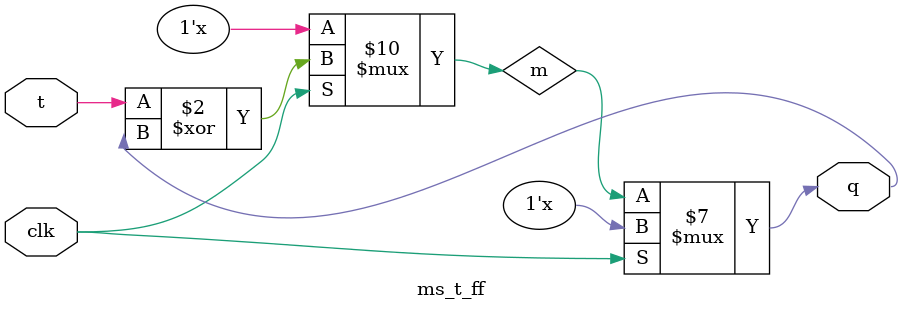
<source format=v>
module ms_t_ff(input t, clk, output reg q);
reg m;
initial begin 
	q=0;
end
always @(*) begin
	if(clk) begin
		m=t^q;
	end
end
always @(*) begin
	if(!clk) begin
		q=m;
	end
end
endmodule


</source>
